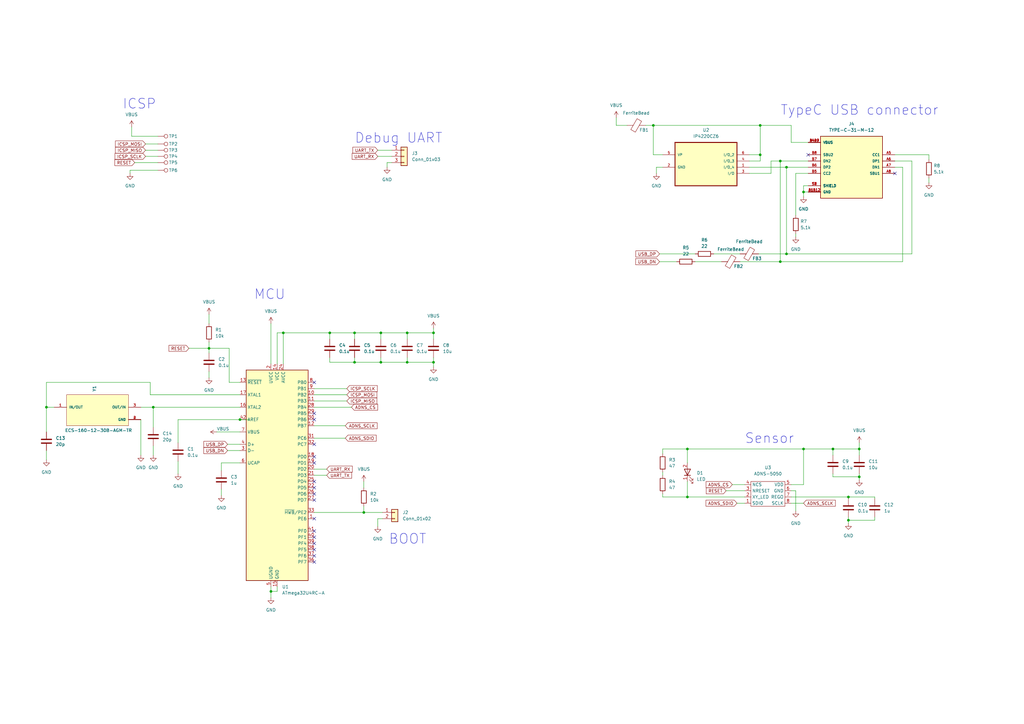
<source format=kicad_sch>
(kicad_sch (version 20211123) (generator eeschema)
  (paper "A3")
  (lib_symbols
    (symbol "Connector:TestPoint" (pin_numbers hide) (pin_names (offset 0.762) hide)
      (property "Reference" "TP" (at 0 6.858 0))
      (property "Value" "TestPoint" (at 0 5.08 0))
      (symbol "TestPoint_0_1"
        (circle (center 0 3.302) (radius 0.762))
      )
      (symbol "TestPoint_1_1"
        (pin passive line (at 0 0 90) (length 2.54) (name "1") (number "1"))
      )
    )
    (symbol "Connector_Generic:Conn_01x02" (pin_names (offset 1.016) hide)
      (property "Reference" "J" (at 0 2.54 0))
      (property "Value" "Conn_01x02" (at 0 -5.08 0))
      (symbol "Conn_01x02_1_1"
        (rectangle (start -1.27 -2.413) (end 0 -2.667) (stroke (width 0.1524)))
        (rectangle (start -1.27 0.127) (end 0 -0.127) (stroke (width 0.1524)))
        (rectangle (start -1.27 1.27) (end 1.27 -3.81) (stroke (width 0.254)) (fill (type background)))
        (pin passive line (at -5.08 0 0) (length 3.81) (name "Pin_1") (number "1"))
        (pin passive line (at -5.08 -2.54 0) (length 3.81) (name "Pin_2") (number "2"))
      )
    )
    (symbol "Connector_Generic:Conn_01x03" (pin_names (offset 1.016) hide)
      (property "Reference" "J" (at 0 5.08 0))
      (property "Value" "Conn_01x03" (at 0 -5.08 0))
      (symbol "Conn_01x03_1_1"
        (rectangle (start -1.27 -2.413) (end 0 -2.667) (stroke (width 0.1524)))
        (rectangle (start -1.27 0.127) (end 0 -0.127) (stroke (width 0.1524)))
        (rectangle (start -1.27 2.667) (end 0 2.413) (stroke (width 0.1524)))
        (rectangle (start -1.27 3.81) (end 1.27 -3.81) (stroke (width 0.254)) (fill (type background)))
        (pin passive line (at -5.08 2.54 0) (length 3.81) (name "Pin_1") (number "1"))
        (pin passive line (at -5.08 0 0) (length 3.81) (name "Pin_2") (number "2"))
        (pin passive line (at -5.08 -2.54 0) (length 3.81) (name "Pin_3") (number "3"))
      )
    )
    (symbol "Device:C" (pin_numbers hide) (pin_names (offset 0.254))
      (property "Reference" "C" (at 0.635 2.54 0))
      (property "Value" "C" (at 0.635 -2.54 0))
      (symbol "C_0_1"
        (polyline (pts (xy -2.032 -0.762) (xy 2.032 -0.762)) (stroke (width 0.508)))
        (polyline (pts (xy -2.032 0.762) (xy 2.032 0.762)) (stroke (width 0.508)))
      )
      (symbol "C_1_1"
        (pin passive line (at 0 3.81 270) (length 2.794) (name "~") (number "1"))
        (pin passive line (at 0 -3.81 90) (length 2.794) (name "~") (number "2"))
      )
    )
    (symbol "Device:FerriteBead" (pin_numbers hide) (pin_names (offset 0))
      (property "Reference" "FB" (at -3.81 0.635 90))
      (property "Value" "FerriteBead" (at 3.81 0 90))
      (symbol "FerriteBead_0_1"
        (polyline (pts (xy 0 -1.27) (xy 0 -1.2192)))
        (polyline (pts (xy 0 1.27) (xy 0 1.2954)))
        (polyline (pts (xy -2.7686 0.4064) (xy -1.7018 2.2606) (xy 2.7686 -0.3048) (xy 1.6764 -2.159) (xy -2.7686 0.4064)))
      )
      (symbol "FerriteBead_1_1"
        (pin passive line (at 0 3.81 270) (length 2.54) (name "~") (number "1"))
        (pin passive line (at 0 -3.81 90) (length 2.54) (name "~") (number "2"))
      )
    )
    (symbol "Device:LED" (pin_names (offset 1.016) hide)
      (property "Reference" "D" (at 0 2.54 0))
      (property "Value" "LED" (at 0 -2.54 0))
      (symbol "LED_0_1"
        (polyline (pts (xy -1.27 -1.27) (xy -1.27 1.27)) (stroke (width 0.254)))
        (polyline (pts (xy -1.27 0) (xy 1.27 0)))
        (polyline (pts (xy 1.27 -1.27) (xy 1.27 1.27) (xy -1.27 0) (xy 1.27 -1.27)) (stroke (width 0.254)))
        (polyline (pts (xy -3.048 -0.762) (xy -4.572 -2.286) (xy -3.81 -2.286) (xy -4.572 -2.286) (xy -4.572 -1.524)))
        (polyline (pts (xy -1.778 -0.762) (xy -3.302 -2.286) (xy -2.54 -2.286) (xy -3.302 -2.286) (xy -3.302 -1.524)))
      )
      (symbol "LED_1_1"
        (pin passive line (at -3.81 0 0) (length 2.54) (name "K") (number "1"))
        (pin passive line (at 3.81 0 180) (length 2.54) (name "A") (number "2"))
      )
    )
    (symbol "Device:R" (pin_numbers hide) (pin_names (offset 0))
      (property "Reference" "R" (at 2.032 0 90))
      (property "Value" "R" (at 0 0 90))
      (symbol "R_0_1"
        (rectangle (start -1.016 -2.54) (end 1.016 2.54) (stroke (width 0.254)))
      )
      (symbol "R_1_1"
        (pin passive line (at 0 3.81 270) (length 1.27) (name "~") (number "1"))
        (pin passive line (at 0 -3.81 90) (length 1.27) (name "~") (number "2"))
      )
    )
    (symbol "ECS-160-12-30B-AGM-TR:ECS-160-12-30B-AGM-TR" (pin_names (offset 1.016))
      (property "Reference" "Y" (at -12.7 7.62 0))
      (property "Value" "ECS-160-12-30B-AGM-TR" (at -12.7254 -7.6454 0))
      (symbol "ECS-160-12-30B-AGM-TR_0_0"
        (rectangle (start -12.7 -5.08) (end 12.7 7.62) (stroke (width 0.127)) (fill (type background)))
        (pin bidirectional line (at -17.78 2.54 0) (length 5.08) (name "IN/OUT") (number "1"))
        (pin power_in line (at 17.78 -2.54 180) (length 5.08) (name "GND") (number "2"))
        (pin bidirectional line (at 17.78 2.54 180) (length 5.08) (name "OUT/IN") (number "3"))
        (pin power_in line (at 17.78 -2.54 180) (length 5.08) (name "GND") (number "4"))
      )
    )
    (symbol "IP4220CZ6:IP4220CZ6" (pin_names (offset 1.016))
      (property "Reference" "U" (at -5.3594 7.5438 0))
      (property "Value" "IP4220CZ6" (at -4.4704 -17.145 0))
      (symbol "IP4220CZ6_0_0"
        (rectangle (start -12.7 -12.7) (end 12.7 5.08) (stroke (width 0.4064)) (fill (type background)))
        (pin bidirectional line (at 17.78 -5.08 180) (length 5.08) (name "I/O_4") (number "1"))
        (pin passive line (at -17.78 -5.08 0) (length 5.08) (name "GND") (number "2"))
        (pin bidirectional line (at 17.78 -7.62 180) (length 5.08) (name "I/O") (number "3"))
        (pin bidirectional line (at 17.78 -2.54 180) (length 5.08) (name "I/O_3") (number "4"))
        (pin power_in line (at -17.78 0 0) (length 5.08) (name "VP") (number "5"))
        (pin bidirectional line (at 17.78 0 180) (length 5.08) (name "I/O_2") (number "6"))
      )
    )
    (symbol "MCU_Microchip_ATmega:ATmega32U4RC-A"
      (property "Reference" "U" (at -12.7 44.45 0))
      (property "Value" "ATmega32U4RC-A" (at 2.54 -44.45 0))
      (symbol "ATmega32U4RC-A_0_1"
        (rectangle (start -12.7 -43.18) (end 12.7 43.18) (stroke (width 0.254)) (fill (type background)))
      )
      (symbol "ATmega32U4RC-A_1_1"
        (pin bidirectional line (at 15.24 -17.78 180) (length 2.54) (name "PE6") (number "1"))
        (pin bidirectional line (at 15.24 33.02 180) (length 2.54) (name "PB2") (number "10"))
        (pin bidirectional line (at 15.24 30.48 180) (length 2.54) (name "PB3") (number "11"))
        (pin bidirectional line (at 15.24 20.32 180) (length 2.54) (name "PB7") (number "12"))
        (pin input line (at -15.24 38.1 0) (length 2.54) (name "~{RESET}") (number "13"))
        (pin power_in line (at 0 45.72 270) (length 2.54) (name "VCC") (number "14"))
        (pin power_in line (at 0 -45.72 90) (length 2.54) (name "GND") (number "15"))
        (pin output line (at -15.24 27.94 0) (length 2.54) (name "XTAL2") (number "16"))
        (pin input line (at -15.24 33.02 0) (length 2.54) (name "XTAL1") (number "17"))
        (pin bidirectional line (at 15.24 7.62 180) (length 2.54) (name "PD0") (number "18"))
        (pin bidirectional line (at 15.24 5.08 180) (length 2.54) (name "PD1") (number "19"))
        (pin power_in line (at -2.54 45.72 270) (length 2.54) (name "UVCC") (number "2"))
        (pin bidirectional line (at 15.24 2.54 180) (length 2.54) (name "PD2") (number "20"))
        (pin bidirectional line (at 15.24 0 180) (length 2.54) (name "PD3") (number "21"))
        (pin bidirectional line (at 15.24 -5.08 180) (length 2.54) (name "PD5") (number "22"))
        (pin passive line (at 0 -45.72 90) (length 2.54) hide (name "GND") (number "23"))
        (pin power_in line (at 2.54 45.72 270) (length 2.54) (name "AVCC") (number "24"))
        (pin bidirectional line (at 15.24 -2.54 180) (length 2.54) (name "PD4") (number "25"))
        (pin bidirectional line (at 15.24 -7.62 180) (length 2.54) (name "PD6") (number "26"))
        (pin bidirectional line (at 15.24 -10.16 180) (length 2.54) (name "PD7") (number "27"))
        (pin bidirectional line (at 15.24 27.94 180) (length 2.54) (name "PB4") (number "28"))
        (pin bidirectional line (at 15.24 25.4 180) (length 2.54) (name "PB5") (number "29"))
        (pin bidirectional line (at -15.24 10.16 0) (length 2.54) (name "D-") (number "3"))
        (pin bidirectional line (at 15.24 22.86 180) (length 2.54) (name "PB6") (number "30"))
        (pin bidirectional line (at 15.24 15.24 180) (length 2.54) (name "PC6") (number "31"))
        (pin bidirectional line (at 15.24 12.7 180) (length 2.54) (name "PC7") (number "32"))
        (pin bidirectional line (at 15.24 -15.24 180) (length 2.54) (name "~{HWB}/PE2") (number "33"))
        (pin passive line (at 0 45.72 270) (length 2.54) hide (name "VCC") (number "34"))
        (pin passive line (at 0 -45.72 90) (length 2.54) hide (name "GND") (number "35"))
        (pin bidirectional line (at 15.24 -35.56 180) (length 2.54) (name "PF7") (number "36"))
        (pin bidirectional line (at 15.24 -33.02 180) (length 2.54) (name "PF6") (number "37"))
        (pin bidirectional line (at 15.24 -30.48 180) (length 2.54) (name "PF5") (number "38"))
        (pin bidirectional line (at 15.24 -27.94 180) (length 2.54) (name "PF4") (number "39"))
        (pin bidirectional line (at -15.24 12.7 0) (length 2.54) (name "D+") (number "4"))
        (pin bidirectional line (at 15.24 -25.4 180) (length 2.54) (name "PF1") (number "40"))
        (pin bidirectional line (at 15.24 -22.86 180) (length 2.54) (name "PF0") (number "41"))
        (pin passive line (at -15.24 22.86 0) (length 2.54) (name "AREF") (number "42"))
        (pin passive line (at 0 -45.72 90) (length 2.54) hide (name "GND") (number "43"))
        (pin passive line (at 2.54 45.72 270) (length 2.54) hide (name "AVCC") (number "44"))
        (pin passive line (at -2.54 -45.72 90) (length 2.54) (name "UGND") (number "5"))
        (pin passive line (at -15.24 5.08 0) (length 2.54) (name "UCAP") (number "6"))
        (pin input line (at -15.24 17.78 0) (length 2.54) (name "VBUS") (number "7"))
        (pin bidirectional line (at 15.24 38.1 180) (length 2.54) (name "PB0") (number "8"))
        (pin bidirectional line (at 15.24 35.56 180) (length 2.54) (name "PB1") (number "9"))
      )
    )
    (symbol "TYPE-C-31-M-12:TYPE-C-31-M-12" (pin_names (offset 1.016))
      (property "Reference" "J" (at -12.7 13.462 0))
      (property "Value" "TYPE-C-31-M-12" (at -12.7 -13.462 0))
      (symbol "TYPE-C-31-M-12_0_0"
        (rectangle (start -12.7 -12.7) (end 12.7 12.7) (stroke (width 0.254)) (fill (type background)))
        (pin power_in line (at 17.78 -10.16 180) (length 5.08) (name "GND") (number "A1B12"))
        (pin power_in line (at 17.78 10.16 180) (length 5.08) (name "VBUS") (number "A4B9"))
        (pin bidirectional line (at -17.78 5.08 0) (length 5.08) (name "CC1") (number "A5"))
        (pin bidirectional line (at -17.78 2.54 0) (length 5.08) (name "DP1") (number "A6"))
        (pin bidirectional line (at -17.78 0 0) (length 5.08) (name "DN1") (number "A7"))
        (pin bidirectional line (at -17.78 -2.54 0) (length 5.08) (name "SBU1") (number "A8"))
        (pin power_in line (at 17.78 -10.16 180) (length 5.08) (name "GND") (number "B1A12"))
        (pin power_in line (at 17.78 10.16 180) (length 5.08) (name "VBUS") (number "B4A9"))
        (pin bidirectional line (at 17.78 -2.54 180) (length 5.08) (name "CC2") (number "B5"))
        (pin bidirectional line (at 17.78 0 180) (length 5.08) (name "DP2") (number "B6"))
        (pin bidirectional line (at 17.78 2.54 180) (length 5.08) (name "DN2") (number "B7"))
        (pin bidirectional line (at 17.78 5.08 180) (length 5.08) (name "SBU2") (number "B8"))
        (pin passive line (at 17.78 -7.62 180) (length 5.08) (name "SHIELD") (number "S1"))
        (pin passive line (at 17.78 -7.62 180) (length 5.08) (name "SHIELD") (number "S2"))
        (pin passive line (at 17.78 -7.62 180) (length 5.08) (name "SHIELD") (number "S3"))
        (pin passive line (at 17.78 -7.62 180) (length 5.08) (name "SHIELD") (number "S4"))
      )
    )
    (symbol "adns-5050:ADNS-5050"
      (property "Reference" "U" (at -2.54 7.62 0))
      (property "Value" "ADNS-5050" (at 0 -5.08 0))
      (symbol "ADNS-5050_0_1"
        (rectangle (start -7.62 6.35) (end 6.35 -3.81))
      )
      (symbol "ADNS-5050_1_1"
        (pin input line (at -10.16 5.08 0) (length 2.54) (name "SDIO") (number "1"))
        (pin input line (at -10.16 2.54 0) (length 2.54) (name "XY_LED") (number "2"))
        (pin input line (at -10.16 0 0) (length 2.54) (name "NRESET") (number "3"))
        (pin input line (at -10.16 -2.54 0) (length 2.54) (name "NCS") (number "4"))
        (pin input line (at 8.89 -2.54 180) (length 2.54) (name "VDD") (number "5"))
        (pin input line (at 8.89 0 180) (length 2.54) (name "GND") (number "6"))
        (pin input line (at 8.89 2.54 180) (length 2.54) (name "REGO") (number "7"))
        (pin input line (at 8.89 5.08 180) (length 2.54) (name "SCLK") (number "8"))
      )
    )
    (symbol "power:GND" (power) (pin_names (offset 0))
      (property "Value" "GND" (at 0 -3.81 0))
      (symbol "GND_0_1"
        (polyline (pts (xy 0 0) (xy 0 -1.27) (xy 1.27 -1.27) (xy 0 -2.54) (xy -1.27 -1.27) (xy 0 -1.27)))
      )
      (symbol "GND_1_1"
        (pin power_in line (at 0 0 270) (length 0) hide (name "GND") (number "1"))
      )
    )
    (symbol "power:VBUS" (power) (pin_names (offset 0))
      (property "Value" "VBUS" (at 0 3.81 0))
      (symbol "VBUS_0_1"
        (polyline (pts (xy -0.762 1.27) (xy 0 2.54)))
        (polyline (pts (xy 0 0) (xy 0 2.54)))
        (polyline (pts (xy 0 2.54) (xy 0.762 1.27)))
      )
      (symbol "VBUS_1_1"
        (pin power_in line (at 0 0 90) (length 0) hide (name "VBUS") (number "1"))
      )
    )
  )
  (junction (at 352.425 184.15))
  (junction (at 322.58 68.58))
  (junction (at 281.94 184.15))
  (junction (at 177.8 148.59))
  (junction (at 149.225 210.185))
  (junction (at 135.255 136.525))
  (junction (at 322.58 104.14))
  (junction (at 341.63 184.15))
  (junction (at 167.005 136.525))
  (junction (at 281.94 203.835))
  (junction (at 111.125 242.57))
  (junction (at 267.97 51.435))
  (junction (at 347.98 203.835))
  (junction (at 320.04 66.04))
  (junction (at 62.865 167.005))
  (junction (at 145.415 136.525))
  (junction (at 167.005 148.59))
  (junction (at 320.04 107.315))
  (junction (at 156.21 148.59))
  (junction (at 85.725 142.875))
  (junction (at 311.785 51.435))
  (junction (at 329.565 78.74))
  (junction (at 19.05 167.005))
  (junction (at 98.425 172.085))
  (junction (at 177.8 136.525))
  (junction (at 311.785 63.5))
  (junction (at 156.21 136.525))
  (junction (at 347.98 213.36))
  (junction (at 145.415 148.59))
  (junction (at 352.425 195.58))
  (junction (at 329.565 184.15))
  (junction (at 116.205 136.525))
  (no_connect (at 367.03 71.12))
  (no_connect (at 331.47 63.5))
  (no_connect (at 128.905 189.865))
  (no_connect (at 128.905 197.485))
  (no_connect (at 128.905 156.845))
  (no_connect (at 128.905 169.545))
  (no_connect (at 128.905 172.085))
  (no_connect (at 128.905 182.245))
  (no_connect (at 128.905 187.325))
  (no_connect (at 128.905 212.725))
  (no_connect (at 128.905 217.805))
  (no_connect (at 128.905 220.345))
  (no_connect (at 128.905 222.885))
  (no_connect (at 128.905 225.425))
  (no_connect (at 128.905 227.965))
  (no_connect (at 128.905 230.505))
  (no_connect (at 128.905 200.025))
  (no_connect (at 128.905 202.565))
  (no_connect (at 128.905 205.105))
  (wire (pts (xy 177.8 150.495) (xy 177.8 148.59)))
  (wire (pts (xy 307.34 63.5) (xy 311.785 63.5)))
  (wire (pts (xy 156.21 146.685) (xy 156.21 148.59)))
  (wire (pts (xy 158.75 68.58) (xy 158.75 66.675)))
  (wire (pts (xy 316.23 66.04) (xy 320.04 66.04)))
  (wire (pts (xy 142.24 159.385) (xy 128.905 159.385)))
  (wire (pts (xy 297.815 201.295) (xy 305.435 201.295)))
  (wire (pts (xy 329.565 198.755) (xy 329.565 184.15)))
  (wire (pts (xy 61.595 161.925) (xy 61.595 156.845)))
  (wire (pts (xy 19.05 156.845) (xy 19.05 167.005)))
  (wire (pts (xy 177.8 148.59) (xy 177.8 146.685)))
  (wire (pts (xy 55.245 66.675) (xy 64.77 66.675)))
  (wire (pts (xy 358.775 203.835) (xy 358.775 204.47)))
  (wire (pts (xy 352.425 196.85) (xy 352.425 195.58)))
  (wire (pts (xy 316.23 71.12) (xy 316.23 66.04)))
  (wire (pts (xy 271.78 186.055) (xy 271.78 184.15)))
  (wire (pts (xy 374.015 104.14) (xy 322.58 104.14)))
  (wire (pts (xy 149.225 210.185) (xy 156.845 210.185)))
  (wire (pts (xy 85.725 128.905) (xy 85.725 132.715)))
  (wire (pts (xy 270.51 107.315) (xy 277.495 107.315)))
  (wire (pts (xy 324.485 201.295) (xy 326.39 201.295)))
  (wire (pts (xy 135.255 148.59) (xy 145.415 148.59)))
  (wire (pts (xy 285.115 107.315) (xy 295.91 107.315)))
  (wire (pts (xy 329.565 76.2) (xy 329.565 78.74)))
  (wire (pts (xy 133.985 194.945) (xy 128.905 194.945)))
  (wire (pts (xy 93.98 142.875) (xy 85.725 142.875)))
  (wire (pts (xy 85.725 142.875) (xy 85.725 144.78)))
  (wire (pts (xy 322.58 68.58) (xy 331.47 68.58)))
  (wire (pts (xy 59.69 61.595) (xy 64.77 61.595)))
  (wire (pts (xy 154.94 61.595) (xy 160.655 61.595)))
  (wire (pts (xy 73.025 189.23) (xy 73.025 194.31)))
  (wire (pts (xy 116.205 136.525) (xy 135.255 136.525)))
  (wire (pts (xy 341.63 184.15) (xy 352.425 184.15)))
  (wire (pts (xy 135.255 136.525) (xy 145.415 136.525)))
  (wire (pts (xy 320.04 66.04) (xy 331.47 66.04)))
  (wire (pts (xy 352.425 181.61) (xy 352.425 184.15)))
  (wire (pts (xy 142.24 161.925) (xy 128.905 161.925)))
  (wire (pts (xy 311.15 104.14) (xy 322.58 104.14)))
  (wire (pts (xy 324.485 203.835) (xy 347.98 203.835)))
  (wire (pts (xy 271.78 194.945) (xy 271.78 193.675)))
  (wire (pts (xy 98.425 172.085) (xy 73.025 172.085)))
  (wire (pts (xy 156.21 139.065) (xy 156.21 136.525)))
  (wire (pts (xy 307.34 66.04) (xy 311.785 66.04)))
  (wire (pts (xy 128.905 210.185) (xy 149.225 210.185)))
  (wire (pts (xy 271.78 184.15) (xy 281.94 184.15)))
  (wire (pts (xy 154.94 64.135) (xy 160.655 64.135)))
  (wire (pts (xy 141.605 174.625) (xy 128.905 174.625)))
  (wire (pts (xy 85.725 140.335) (xy 85.725 142.875)))
  (wire (pts (xy 367.03 68.58) (xy 370.205 68.58)))
  (wire (pts (xy 252.73 51.435) (xy 252.73 48.26)))
  (wire (pts (xy 381 63.5) (xy 381 65.405)))
  (wire (pts (xy 311.785 51.435) (xy 311.785 63.5)))
  (wire (pts (xy 341.63 186.69) (xy 341.63 184.15)))
  (wire (pts (xy 88.9 177.165) (xy 98.425 177.165)))
  (wire (pts (xy 90.805 193.04) (xy 90.805 189.865)))
  (wire (pts (xy 53.975 55.88) (xy 64.77 55.88)))
  (wire (pts (xy 370.205 68.58) (xy 370.205 107.315)))
  (wire (pts (xy 281.94 184.15) (xy 281.94 189.865)))
  (wire (pts (xy 111.125 240.665) (xy 111.125 242.57)))
  (wire (pts (xy 341.63 194.31) (xy 341.63 195.58)))
  (wire (pts (xy 167.005 136.525) (xy 177.8 136.525)))
  (wire (pts (xy 302.26 206.375) (xy 305.435 206.375)))
  (wire (pts (xy 324.485 198.755) (xy 329.565 198.755)))
  (wire (pts (xy 270.51 104.14) (xy 285.115 104.14)))
  (wire (pts (xy 352.425 184.15) (xy 352.425 186.69)))
  (wire (pts (xy 267.97 51.435) (xy 311.785 51.435)))
  (wire (pts (xy 142.24 164.465) (xy 128.905 164.465)))
  (wire (pts (xy 177.8 136.525) (xy 177.8 139.065)))
  (wire (pts (xy 59.69 64.135) (xy 64.77 64.135)))
  (wire (pts (xy 311.785 63.5) (xy 311.785 66.04)))
  (wire (pts (xy 347.98 213.36) (xy 347.98 214.63)))
  (wire (pts (xy 93.345 182.245) (xy 98.425 182.245)))
  (wire (pts (xy 154.94 215.9) (xy 154.94 212.725)))
  (wire (pts (xy 271.78 203.835) (xy 281.94 203.835)))
  (wire (pts (xy 133.985 192.405) (xy 128.905 192.405)))
  (wire (pts (xy 93.98 156.845) (xy 93.98 142.875)))
  (wire (pts (xy 352.425 195.58) (xy 352.425 194.31)))
  (wire (pts (xy 177.8 134.62) (xy 177.8 136.525)))
  (wire (pts (xy 326.39 71.12) (xy 326.39 88.265)))
  (wire (pts (xy 135.255 139.065) (xy 135.255 136.525)))
  (wire (pts (xy 111.125 132.715) (xy 111.125 149.225)))
  (wire (pts (xy 57.785 167.005) (xy 62.865 167.005)))
  (wire (pts (xy 90.805 189.865) (xy 98.425 189.865)))
  (wire (pts (xy 281.94 197.485) (xy 281.94 203.835)))
  (wire (pts (xy 59.69 59.055) (xy 64.77 59.055)))
  (wire (pts (xy 331.47 71.12) (xy 326.39 71.12)))
  (wire (pts (xy 271.78 63.5) (xy 267.97 63.5)))
  (wire (pts (xy 111.125 242.57) (xy 111.125 245.11)))
  (wire (pts (xy 62.865 167.005) (xy 98.425 167.005)))
  (wire (pts (xy 145.415 148.59) (xy 156.21 148.59)))
  (wire (pts (xy 167.005 148.59) (xy 177.8 148.59)))
  (wire (pts (xy 113.665 240.665) (xy 113.665 242.57)))
  (wire (pts (xy 19.05 167.005) (xy 22.225 167.005)))
  (wire (pts (xy 156.21 148.59) (xy 167.005 148.59)))
  (wire (pts (xy 93.345 184.785) (xy 98.425 184.785)))
  (wire (pts (xy 154.94 212.725) (xy 156.845 212.725)))
  (wire (pts (xy 141.605 179.705) (xy 128.905 179.705)))
  (wire (pts (xy 53.975 52.07) (xy 53.975 55.88)))
  (wire (pts (xy 156.21 136.525) (xy 167.005 136.525)))
  (wire (pts (xy 329.565 78.74) (xy 331.47 78.74)))
  (wire (pts (xy 53.34 71.12) (xy 53.34 69.85)))
  (wire (pts (xy 367.03 63.5) (xy 381 63.5)))
  (wire (pts (xy 320.04 66.04) (xy 320.04 107.315)))
  (wire (pts (xy 264.795 51.435) (xy 267.97 51.435)))
  (wire (pts (xy 90.805 200.66) (xy 90.805 203.2)))
  (wire (pts (xy 347.98 203.835) (xy 358.775 203.835)))
  (wire (pts (xy 53.34 69.85) (xy 64.77 69.85)))
  (wire (pts (xy 145.415 146.685) (xy 145.415 148.59)))
  (wire (pts (xy 329.565 184.15) (xy 341.63 184.15)))
  (wire (pts (xy 358.775 213.36) (xy 347.98 213.36)))
  (wire (pts (xy 311.785 51.435) (xy 324.485 51.435)))
  (wire (pts (xy 77.47 142.875) (xy 85.725 142.875)))
  (wire (pts (xy 145.415 136.525) (xy 156.21 136.525)))
  (wire (pts (xy 61.595 156.845) (xy 19.05 156.845)))
  (wire (pts (xy 269.24 68.58) (xy 271.78 68.58)))
  (wire (pts (xy 98.425 156.845) (xy 93.98 156.845)))
  (wire (pts (xy 149.225 197.485) (xy 149.225 200.025)))
  (wire (pts (xy 19.05 167.005) (xy 19.05 177.165)))
  (wire (pts (xy 324.485 51.435) (xy 324.485 58.42)))
  (wire (pts (xy 329.565 206.375) (xy 324.485 206.375)))
  (wire (pts (xy 113.665 136.525) (xy 116.205 136.525)))
  (wire (pts (xy 303.53 107.315) (xy 320.04 107.315)))
  (wire (pts (xy 326.39 201.295) (xy 326.39 209.55)))
  (wire (pts (xy 267.97 63.5) (xy 267.97 51.435)))
  (wire (pts (xy 347.98 212.09) (xy 347.98 213.36)))
  (wire (pts (xy 307.34 71.12) (xy 316.23 71.12)))
  (wire (pts (xy 98.425 161.925) (xy 61.595 161.925)))
  (wire (pts (xy 116.205 136.525) (xy 116.205 149.225)))
  (wire (pts (xy 370.205 107.315) (xy 320.04 107.315)))
  (wire (pts (xy 307.34 68.58) (xy 322.58 68.58)))
  (wire (pts (xy 62.865 186.69) (xy 62.865 182.88)))
  (wire (pts (xy 145.415 139.065) (xy 145.415 136.525)))
  (wire (pts (xy 73.025 172.085) (xy 73.025 181.61)))
  (wire (pts (xy 381 74.93) (xy 381 73.025)))
  (wire (pts (xy 85.725 154.94) (xy 85.725 152.4)))
  (wire (pts (xy 149.225 210.185) (xy 149.225 207.645)))
  (wire (pts (xy 341.63 195.58) (xy 352.425 195.58)))
  (wire (pts (xy 367.03 66.04) (xy 374.015 66.04)))
  (wire (pts (xy 257.175 51.435) (xy 252.73 51.435)))
  (wire (pts (xy 135.255 146.685) (xy 135.255 148.59)))
  (wire (pts (xy 102.235 172.085) (xy 98.425 172.085)))
  (wire (pts (xy 326.39 97.155) (xy 326.39 95.885)))
  (wire (pts (xy 281.94 203.835) (xy 305.435 203.835)))
  (wire (pts (xy 62.865 167.005) (xy 62.865 175.26)))
  (wire (pts (xy 329.565 78.74) (xy 329.565 80.645)))
  (wire (pts (xy 113.665 149.225) (xy 113.665 136.525)))
  (wire (pts (xy 269.24 71.12) (xy 269.24 68.58)))
  (wire (pts (xy 331.47 76.2) (xy 329.565 76.2)))
  (wire (pts (xy 113.665 242.57) (xy 111.125 242.57)))
  (wire (pts (xy 300.355 198.755) (xy 305.435 198.755)))
  (wire (pts (xy 167.005 139.065) (xy 167.005 136.525)))
  (wire (pts (xy 324.485 58.42) (xy 331.47 58.42)))
  (wire (pts (xy 292.735 104.14) (xy 303.53 104.14)))
  (wire (pts (xy 19.05 188.595) (xy 19.05 184.785)))
  (wire (pts (xy 167.005 146.685) (xy 167.005 148.59)))
  (wire (pts (xy 158.75 66.675) (xy 160.655 66.675)))
  (wire (pts (xy 374.015 66.04) (xy 374.015 104.14)))
  (wire (pts (xy 358.775 212.09) (xy 358.775 213.36)))
  (wire (pts (xy 271.78 202.565) (xy 271.78 203.835)))
  (wire (pts (xy 57.785 172.085) (xy 57.785 186.69)))
  (wire (pts (xy 347.98 203.835) (xy 347.98 204.47)))
  (wire (pts (xy 322.58 68.58) (xy 322.58 104.14)))
  (wire (pts (xy 144.145 167.005) (xy 128.905 167.005)))
  (wire (pts (xy 281.94 184.15) (xy 329.565 184.15)))
  (text "Debug UART\n" (at 145.415 59.055 0) (effects (font (size 4 4)) (justify left bottom)))
  (text "Sensor\n" (at 305.435 182.245 0) (effects (font (size 4 4)) (justify left bottom)))
  (text "BOOT" (at 159.385 223.52 0) (effects (font (size 4 4)) (justify left bottom)))
  (text "ICSP" (at 64.135 45.085 180) (effects (font (size 4 4)) (justify right bottom)))
  (text "TypeC USB connector" (at 320.04 47.625 0) (effects (font (size 4 4)) (justify left bottom)))
  (text "MCU" (at 104.14 123.19 0) (effects (font (size 4 4)) (justify left bottom)))
  (global_label "RESET" (shape input) (at 297.815 201.295 180) (property "Intersheet References" "${INTERSHEET_REFS}" (effects hide)))
  (global_label "ICSP_SCLK" (shape input) (at 59.69 64.135 180) (property "Intersheet References" "${INTERSHEET_REFS}" (effects hide)))
  (global_label "UART_RX" (shape input) (at 133.985 192.405 0) (property "Intersheet References" "${INTERSHEET_REFS}" (effects hide)))
  (global_label "ICSP_SCLK" (shape input) (at 142.24 159.385 0) (property "Intersheet References" "${INTERSHEET_REFS}" (effects hide)))
  (global_label "RESET" (shape input) (at 55.245 66.675 180) (property "Intersheet References" "${INTERSHEET_REFS}" (effects hide)))
  (global_label "UART_TX" (shape input) (at 154.94 61.595 180) (property "Intersheet References" "${INTERSHEET_REFS}" (effects hide)))
  (global_label "ADNS_CS" (shape input) (at 300.355 198.755 180) (property "Intersheet References" "${INTERSHEET_REFS}" (effects hide)))
  (global_label "ADNS_SCLK" (shape input) (at 141.605 174.625 0) (property "Intersheet References" "${INTERSHEET_REFS}" (effects hide)))
  (global_label "USB_DP" (shape input) (at 93.345 182.245 180) (property "Intersheet References" "${INTERSHEET_REFS}" (effects hide)))
  (global_label "ADNS_SDIO" (shape input) (at 302.26 206.375 180) (property "Intersheet References" "${INTERSHEET_REFS}" (effects hide)))
  (global_label "ADNS_CS" (shape input) (at 144.145 167.005 0) (property "Intersheet References" "${INTERSHEET_REFS}" (effects hide)))
  (global_label "UART_RX" (shape input) (at 154.94 64.135 180) (property "Intersheet References" "${INTERSHEET_REFS}" (effects hide)))
  (global_label "ICSP_MISO" (shape input) (at 142.24 164.465 0) (property "Intersheet References" "${INTERSHEET_REFS}" (effects hide)))
  (global_label "USB_DN" (shape input) (at 270.51 107.315 180) (property "Intersheet References" "${INTERSHEET_REFS}" (effects hide)))
  (global_label "ICSP_MOSI" (shape input) (at 59.69 59.055 180) (property "Intersheet References" "${INTERSHEET_REFS}" (effects hide)))
  (global_label "USB_DN" (shape input) (at 93.345 184.785 180) (property "Intersheet References" "${INTERSHEET_REFS}" (effects hide)))
  (global_label "USB_DP" (shape input) (at 270.51 104.14 180) (property "Intersheet References" "${INTERSHEET_REFS}" (effects hide)))
  (global_label "ICSP_MOSI" (shape input) (at 142.24 161.925 0) (property "Intersheet References" "${INTERSHEET_REFS}" (effects hide)))
  (global_label "ICSP_MISO" (shape input) (at 59.69 61.595 180) (property "Intersheet References" "${INTERSHEET_REFS}" (effects hide)))
  (global_label "ADNS_SDIO" (shape input) (at 141.605 179.705 0) (property "Intersheet References" "${INTERSHEET_REFS}" (effects hide)))
  (global_label "ADNS_SCLK" (shape input) (at 329.565 206.375 0) (property "Intersheet References" "${INTERSHEET_REFS}" (effects hide)))
  (global_label "UART_TX" (shape input) (at 133.985 194.945 0) (property "Intersheet References" "${INTERSHEET_REFS}" (effects hide)))
  (global_label "RESET" (shape input) (at 77.47 142.875 180) (property "Intersheet References" "${INTERSHEET_REFS}" (effects hide)))
  (symbol (lib_id "power:GND") (at 90.805 203.2 0) (unit 1)
    (property "Reference" "#PWR08" (effects hide))
    (property "Value" "GND" (at 90.805 208.28 0))
  )
  (symbol (lib_id "Device:C") (at 135.255 142.875 0) (unit 1)
    (property "Reference" "C4" (at 139.065 141.6049 0) (effects (justify left)))
    (property "Value" "0.1u" (at 139.065 144.1449 0) (effects (justify left)))
    (property "Footprint" "Capacitor_SMD:C_0603_1608Metric" (effects hide))
  )
  (symbol (lib_id "power:VBUS") (at 85.725 128.905 0) (unit 1)
    (property "Reference" "#PWR03" (effects hide))
    (property "Value" "VBUS" (at 85.725 123.825 0))
  )
  (symbol (lib_id "Device:C") (at 90.805 196.85 0) (unit 1)
    (property "Reference" "C3" (at 94.615 195.5799 0) (effects (justify left)))
    (property "Value" "1u" (at 94.615 198.1199 0) (effects (justify left)))
    (property "Footprint" "Capacitor_SMD:C_0603_1608Metric" (effects hide))
  )
  (symbol (lib_id "power:GND") (at 352.425 196.85 0) (unit 1)
    (property "Reference" "#PWR023" (effects hide))
    (property "Value" "GND" (at 352.425 201.93 0))
  )
  (symbol (lib_id "Device:R") (at 149.225 203.835 0) (unit 1)
    (property "Reference" "R2" (at 151.765 202.5649 0) (effects (justify left)))
    (property "Value" "10k" (at 151.765 205.1049 0) (effects (justify left)))
    (property "Footprint" "Resistor_SMD:R_0603_1608Metric" (effects hide))
  )
  (symbol (lib_id "Connector:TestPoint") (at 64.77 69.85 270) (unit 1)
    (property "Reference" "TP6" (at 69.215 69.85 90) (effects (justify left)))
    (property "Value" "TestPoint" (effects hide))
    (property "Footprint" "TestPoint:TestPoint_Pad_D1.0mm" (effects hide))
  )
  (symbol (lib_id "IP4220CZ6:IP4220CZ6") (at 289.56 63.5 0) (unit 1)
    (property "Reference" "U2" (at 289.56 53.34 0))
    (property "Value" "IP4220CZ6" (at 289.56 55.88 0))
    (property "Footprint" "IP4220CZ6:SOT95P275X110-6N" (effects hide))
    (property "SUPPLIER" "NXP" (effects hide))
    (property "PACKAGE" "SSOT-6" (effects hide))
    (property "OC_NEWARK" "61M6815" (effects hide))
    (property "OC_FARNELL" "1506629" (effects hide))
    (property "MPN" "IP4220CZ6" (effects hide))
  )
  (symbol (lib_id "Device:R") (at 271.78 198.755 0) (unit 1)
    (property "Reference" "R4" (at 274.32 197.4849 0) (effects (justify left)))
    (property "Value" "47" (at 274.32 200.0249 0) (effects (justify left)))
    (property "Footprint" "Resistor_SMD:R_0603_1608Metric" (effects hide))
  )
  (symbol (lib_id "Connector:TestPoint") (at 64.77 59.055 270) (unit 1)
    (property "Reference" "TP2" (at 69.215 59.055 90) (effects (justify left)))
    (property "Value" "TestPoint" (effects hide))
    (property "Footprint" "TestPoint:TestPoint_Pad_D1.0mm" (effects hide))
  )
  (symbol (lib_id "Device:FerriteBead") (at 260.985 51.435 90) (unit 1)
    (property "Reference" "FB1" (at 264.16 53.34 90))
    (property "Value" "FerriteBead" (at 260.9342 46.355 90))
    (property "Footprint" "Resistor_SMD:R_0603_1608Metric" (effects hide))
  )
  (symbol (lib_id "TYPE-C-31-M-12:TYPE-C-31-M-12") (at 349.25 68.58 0) (mirror y) (unit 1)
    (property "Reference" "J4" (at 349.25 50.8 0))
    (property "Value" "TYPE-C-31-M-12" (at 349.25 53.34 0))
    (property "Footprint" "TYPE-C-31-M-12:HRO_TYPE-C-31-M-12" (effects hide))
    (property "MAXIMUM_PACKAGE_HEIGHT" "3.31mm" (effects hide))
    (property "STANDARD" "Manufacturer Recommendations" (effects hide))
    (property "PARTREV" "A" (effects hide))
    (property "MANUFACTURER" "HRO Electronics" (effects hide))
  )
  (symbol (lib_id "MCU_Microchip_ATmega:ATmega32U4RC-A") (at 113.665 194.945 0) (unit 1)
    (property "Reference" "U1" (at 115.6844 240.665 0) (effects (justify left)))
    (property "Value" "ATmega32U4RC-A" (at 115.6844 243.205 0) (effects (justify left)))
    (property "Footprint" "Package_QFP:TQFP-44_10x10mm_P0.8mm" (effects hide))
    (property "Datasheet" "http://ww1.microchip.com/downloads/en/DeviceDoc/Atmel-7766-8-bit-AVR-ATmega16U4-32U4_Datasheet.pdf" (effects hide))
  )
  (symbol (lib_id "power:GND") (at 177.8 150.495 0) (unit 1)
    (property "Reference" "#PWR015" (effects hide))
    (property "Value" "GND" (at 177.8 155.575 0))
  )
  (symbol (lib_id "Device:C") (at 341.63 190.5 0) (unit 1)
    (property "Reference" "C9" (at 345.44 189.2299 0) (effects (justify left)))
    (property "Value" "0.1u" (at 345.44 191.7699 0) (effects (justify left)))
    (property "Footprint" "Capacitor_SMD:C_0603_1608Metric" (effects hide))
  )
  (symbol (lib_id "power:VBUS") (at 352.425 181.61 0) (unit 1)
    (property "Reference" "#PWR022" (effects hide))
    (property "Value" "VBUS" (at 352.425 176.53 0))
  )
  (symbol (lib_id "power:GND") (at 381 74.93 0) (unit 1)
    (property "Reference" "#PWR024" (effects hide))
    (property "Value" "GND" (at 381 80.01 0))
  )
  (symbol (lib_id "ECS-160-12-30B-AGM-TR:ECS-160-12-30B-AGM-TR") (at 40.005 169.545 0) (unit 1)
    (property "Reference" "Y1" (at 38.7349 160.655 90) (effects (justify left)))
    (property "Value" "ECS-160-12-30B-AGM-TR" (at 26.67 176.53 0) (effects (justify left)))
    (property "Footprint" "Crystal:Crystal_SMD_2520-4Pin_2.5x2.0mm" (effects hide))
    (property "DESCRIPTION" "The ECX-53B is a miniature SMD Crystal with a 3.2 x 5 mm footprint." (effects hide))
    (property "MF" "ECS INC" (effects hide))
    (property "AVAILABILITY" "Good" (effects hide))
    (property "MP" "ECX-53B" (effects hide))
    (property "PACKAGE" "SMD-4 ECX" (effects hide))
    (property "STANDARD" "Manufacturer Recommendations" (effects hide))
  )
  (symbol (lib_id "Device:FerriteBead") (at 307.34 104.14 90) (unit 1)
    (property "Reference" "FB3" (at 310.515 106.045 90))
    (property "Value" "FerriteBead" (at 307.2892 99.06 90))
    (property "Footprint" "Resistor_SMD:R_0603_1608Metric" (effects hide))
  )
  (symbol (lib_id "Device:R") (at 85.725 136.525 0) (unit 1)
    (property "Reference" "R1" (at 88.265 135.2549 0) (effects (justify left)))
    (property "Value" "10k" (at 88.265 137.7949 0) (effects (justify left)))
    (property "Footprint" "Resistor_SMD:R_0603_1608Metric" (effects hide))
  )
  (symbol (lib_id "power:VBUS") (at 177.8 134.62 0) (unit 1)
    (property "Reference" "#PWR014" (effects hide))
    (property "Value" "VBUS" (at 177.8 129.54 0))
  )
  (symbol (lib_id "power:GND") (at 326.39 209.55 0) (unit 1)
    (property "Reference" "#PWR019" (effects hide))
    (property "Value" "GND" (at 326.39 214.63 0))
  )
  (symbol (lib_id "power:VBUS") (at 111.125 132.715 0) (unit 1)
    (property "Reference" "#PWR09" (effects hide))
    (property "Value" "VBUS" (at 111.125 127.635 0))
  )
  (symbol (lib_id "adns-5050:ADNS-5050") (at 315.595 201.295 0) (mirror x) (unit 1)
    (property "Reference" "U3" (at 314.96 191.77 0))
    (property "Value" "ADNS-5050" (at 314.96 194.31 0))
    (property "Footprint" "ADNS-2610:ADNS-2610" (effects hide))
  )
  (symbol (lib_id "Device:R") (at 281.305 107.315 90) (unit 1)
    (property "Reference" "R5" (at 281.305 101.6 90))
    (property "Value" "22" (at 281.305 104.14 90))
    (property "Footprint" "Resistor_SMD:R_0603_1608Metric" (effects hide))
  )
  (symbol (lib_id "power:GND") (at 347.98 214.63 0) (unit 1)
    (property "Reference" "#PWR021" (effects hide))
    (property "Value" "GND" (at 347.98 219.71 0))
  )
  (symbol (lib_id "Device:C") (at 73.025 185.42 0) (unit 1)
    (property "Reference" "C1" (at 76.835 184.1499 0) (effects (justify left)))
    (property "Value" "0.1u" (at 76.835 186.6899 0) (effects (justify left)))
    (property "Footprint" "Capacitor_SMD:C_0603_1608Metric" (effects hide))
  )
  (symbol (lib_id "Device:C") (at 156.21 142.875 0) (unit 1)
    (property "Reference" "C6" (at 160.02 141.6049 0) (effects (justify left)))
    (property "Value" "0.1u" (at 160.02 144.1449 0) (effects (justify left)))
    (property "Footprint" "Capacitor_SMD:C_0603_1608Metric" (effects hide))
  )
  (symbol (lib_id "Device:R") (at 288.925 104.14 90) (unit 1)
    (property "Reference" "R6" (at 288.925 98.425 90))
    (property "Value" "22" (at 288.925 100.965 90))
    (property "Footprint" "Resistor_SMD:R_0603_1608Metric" (effects hide))
  )
  (symbol (lib_id "Device:R") (at 326.39 92.075 180) (unit 1)
    (property "Reference" "R7" (at 328.295 90.8049 0) (effects (justify right)))
    (property "Value" "5.1k" (at 328.295 93.3449 0) (effects (justify right)))
    (property "Footprint" "Resistor_SMD:R_0603_1608Metric" (effects hide))
  )
  (symbol (lib_id "power:GND") (at 154.94 215.9 0) (unit 1)
    (property "Reference" "#PWR012" (effects hide))
    (property "Value" "GND" (at 154.94 220.98 0))
  )
  (symbol (lib_id "power:VBUS") (at 252.73 48.26 0) (unit 1)
    (property "Reference" "#PWR016" (effects hide))
    (property "Value" "VBUS" (at 252.73 43.18 0))
  )
  (symbol (lib_id "Connector_Generic:Conn_01x03") (at 165.735 64.135 0) (unit 1)
    (property "Reference" "J3" (at 168.91 62.8649 0) (effects (justify left)))
    (property "Value" "Conn_01x03" (at 168.91 65.4049 0) (effects (justify left)))
    (property "Footprint" "Connector_PinHeader_2.54mm:PinHeader_1x03_P2.54mm_Vertical" (effects hide))
  )
  (symbol (lib_id "Device:C") (at 145.415 142.875 0) (unit 1)
    (property "Reference" "C5" (at 149.225 141.6049 0) (effects (justify left)))
    (property "Value" "0.1u" (at 149.225 144.1449 0) (effects (justify left)))
    (property "Footprint" "Capacitor_SMD:C_0603_1608Metric" (effects hide))
  )
  (symbol (lib_id "Device:R") (at 381 69.215 180) (unit 1)
    (property "Reference" "R8" (at 382.905 67.9449 0) (effects (justify right)))
    (property "Value" "5.1k" (at 382.905 70.4849 0) (effects (justify right)))
    (property "Footprint" "Resistor_SMD:R_0603_1608Metric" (effects hide))
  )
  (symbol (lib_id "Device:C") (at 358.775 208.28 0) (unit 1)
    (property "Reference" "C12" (at 362.585 207.0099 0) (effects (justify left)))
    (property "Value" "1u" (at 362.585 209.5499 0) (effects (justify left)))
    (property "Footprint" "Capacitor_SMD:C_0603_1608Metric" (effects hide))
  )
  (symbol (lib_id "Connector:TestPoint") (at 64.77 55.88 270) (unit 1)
    (property "Reference" "TP1" (at 69.215 55.88 90) (effects (justify left)))
    (property "Value" "TestPoint" (effects hide))
    (property "Footprint" "TestPoint:TestPoint_Pad_D1.0mm" (effects hide))
  )
  (symbol (lib_id "Device:C") (at 19.05 180.975 0) (unit 1)
    (property "Reference" "C13" (at 22.86 179.7049 0) (effects (justify left)))
    (property "Value" "20p" (at 22.86 182.2449 0) (effects (justify left)))
    (property "Footprint" "Capacitor_SMD:C_0603_1608Metric" (effects hide))
  )
  (symbol (lib_id "Device:C") (at 62.865 179.07 0) (unit 1)
    (property "Reference" "C14" (at 66.675 177.7999 0) (effects (justify left)))
    (property "Value" "20p" (at 66.675 180.3399 0) (effects (justify left)))
    (property "Footprint" "Capacitor_SMD:C_0603_1608Metric" (effects hide))
  )
  (symbol (lib_id "power:GND") (at 326.39 97.155 0) (unit 1)
    (property "Reference" "#PWR018" (effects hide))
    (property "Value" "GND" (at 326.39 102.235 0))
  )
  (symbol (lib_id "Device:R") (at 271.78 189.865 0) (unit 1)
    (property "Reference" "R3" (at 274.32 188.5949 0) (effects (justify left)))
    (property "Value" "47" (at 274.32 191.1349 0) (effects (justify left)))
    (property "Footprint" "Resistor_SMD:R_0603_1608Metric" (effects hide))
  )
  (symbol (lib_id "Device:C") (at 177.8 142.875 0) (unit 1)
    (property "Reference" "C8" (at 181.61 141.6049 0) (effects (justify left)))
    (property "Value" "10u" (at 181.61 144.1449 0) (effects (justify left)))
    (property "Footprint" "Capacitor_SMD:C_0603_1608Metric" (effects hide))
  )
  (symbol (lib_id "power:VBUS") (at 149.225 197.485 0) (unit 1)
    (property "Reference" "#PWR011" (effects hide))
    (property "Value" "VBUS" (at 149.225 192.405 0))
  )
  (symbol (lib_id "power:GND") (at 57.785 186.69 0) (unit 1)
    (property "Reference" "#PWR026" (effects hide))
    (property "Value" "GND" (at 57.785 191.77 0))
  )
  (symbol (lib_id "Device:C") (at 85.725 148.59 0) (unit 1)
    (property "Reference" "C2" (at 89.535 147.3199 0) (effects (justify left)))
    (property "Value" "0.1u" (at 89.535 149.8599 0) (effects (justify left)))
    (property "Footprint" "Capacitor_SMD:C_0603_1608Metric" (effects hide))
  )
  (symbol (lib_id "power:GND") (at 62.865 186.69 0) (unit 1)
    (property "Reference" "#PWR01" (effects hide))
    (property "Value" "GND" (at 62.865 191.77 0))
  )
  (symbol (lib_id "Device:C") (at 167.005 142.875 0) (unit 1)
    (property "Reference" "C7" (at 170.815 141.6049 0) (effects (justify left)))
    (property "Value" "0.1u" (at 170.815 144.1449 0) (effects (justify left)))
    (property "Footprint" "Capacitor_SMD:C_0603_1608Metric" (effects hide))
  )
  (symbol (lib_id "power:GND") (at 73.025 194.31 0) (unit 1)
    (property "Reference" "#PWR02" (effects hide))
    (property "Value" "GND" (at 73.025 199.39 0))
  )
  (symbol (lib_id "power:VBUS") (at 53.975 52.07 0) (unit 1)
    (property "Reference" "#PWR05" (effects hide))
    (property "Value" "VBUS" (at 53.975 46.99 0))
  )
  (symbol (lib_id "power:GND") (at 19.05 188.595 0) (unit 1)
    (property "Reference" "#PWR025" (effects hide))
    (property "Value" "GND" (at 19.05 193.675 0))
  )
  (symbol (lib_id "power:GND") (at 111.125 245.11 0) (unit 1)
    (property "Reference" "#PWR010" (effects hide))
    (property "Value" "GND" (at 111.125 250.19 0))
  )
  (symbol (lib_id "power:GND") (at 85.725 154.94 0) (unit 1)
    (property "Reference" "#PWR04" (effects hide))
    (property "Value" "GND" (at 85.725 160.02 0))
  )
  (symbol (lib_id "power:GND") (at 158.75 68.58 0) (unit 1)
    (property "Reference" "#PWR013" (effects hide))
    (property "Value" "GND" (at 158.75 73.66 0))
  )
  (symbol (lib_id "Connector_Generic:Conn_01x02") (at 161.925 210.185 0) (unit 1) (in_bom no)
    (property "Reference" "J2" (at 165.1 210.1849 0) (effects (justify left)))
    (property "Value" "Conn_01x02" (at 165.1 212.7249 0) (effects (justify left)))
    (property "Footprint" "Connector_PinHeader_2.54mm:PinHeader_1x02_P2.54mm_Vertical" (effects hide))
  )
  (symbol (lib_id "power:GND") (at 329.565 80.645 0) (unit 1)
    (property "Reference" "#PWR020" (effects hide))
    (property "Value" "GND" (at 329.565 85.725 0))
  )
  (symbol (lib_id "Device:C") (at 347.98 208.28 0) (unit 1)
    (property "Reference" "C10" (at 351.79 207.0099 0) (effects (justify left)))
    (property "Value" "0.1u" (at 351.79 209.5499 0) (effects (justify left)))
    (property "Footprint" "Capacitor_SMD:C_0603_1608Metric" (effects hide))
  )
  (symbol (lib_id "Connector:TestPoint") (at 64.77 61.595 270) (unit 1)
    (property "Reference" "TP3" (at 69.215 61.595 90) (effects (justify left)))
    (property "Value" "TestPoint" (effects hide))
    (property "Footprint" "TestPoint:TestPoint_Pad_D1.0mm" (effects hide))
  )
  (symbol (lib_id "power:VBUS") (at 88.9 177.165 90) (unit 1)
    (property "Reference" "#PWR07" (effects hide))
    (property "Value" "VBUS" (at 88.9 175.895 90) (effects (justify right)))
  )
  (symbol (lib_id "power:GND") (at 53.34 71.12 0) (unit 1)
    (property "Reference" "#PWR06" (effects hide))
    (property "Value" "GND" (at 53.34 76.2 0))
  )
  (symbol (lib_id "Device:FerriteBead") (at 299.72 107.315 90) (unit 1)
    (property "Reference" "FB2" (at 302.895 109.22 90))
    (property "Value" "FerriteBead" (at 299.6692 102.235 90))
    (property "Footprint" "Resistor_SMD:R_0603_1608Metric" (effects hide))
  )
  (symbol (lib_id "Connector:TestPoint") (at 64.77 64.135 270) (unit 1)
    (property "Reference" "TP4" (at 69.215 64.135 90) (effects (justify left)))
    (property "Value" "TestPoint" (effects hide))
    (property "Footprint" "TestPoint:TestPoint_Pad_D1.0mm" (effects hide))
  )
  (symbol (lib_id "Connector:TestPoint") (at 64.77 66.675 270) (unit 1)
    (property "Reference" "TP5" (at 69.215 66.675 90) (effects (justify left)))
    (property "Value" "TestPoint" (effects hide))
    (property "Footprint" "TestPoint:TestPoint_Pad_D1.0mm" (effects hide))
  )
  (symbol (lib_id "power:GND") (at 269.24 71.12 0) (unit 1)
    (property "Reference" "#PWR017" (effects hide))
    (property "Value" "GND" (at 269.24 76.2 0))
  )
  (symbol (lib_id "Device:LED") (at 281.94 193.675 90) (unit 1)
    (property "Reference" "D1" (at 285.75 193.9924 90) (effects (justify right)))
    (property "Value" "LED" (at 285.75 196.5324 90) (effects (justify right)))
    (property "Footprint" "A67F:A67F" (effects hide))
  )
  (symbol (lib_id "Device:C") (at 352.425 190.5 0) (unit 1)
    (property "Reference" "C11" (at 356.235 189.2299 0) (effects (justify left)))
    (property "Value" "10u" (at 356.235 191.7699 0) (effects (justify left)))
    (property "Footprint" "Capacitor_SMD:C_0603_1608Metric" (effects hide))
  )
)
</source>
